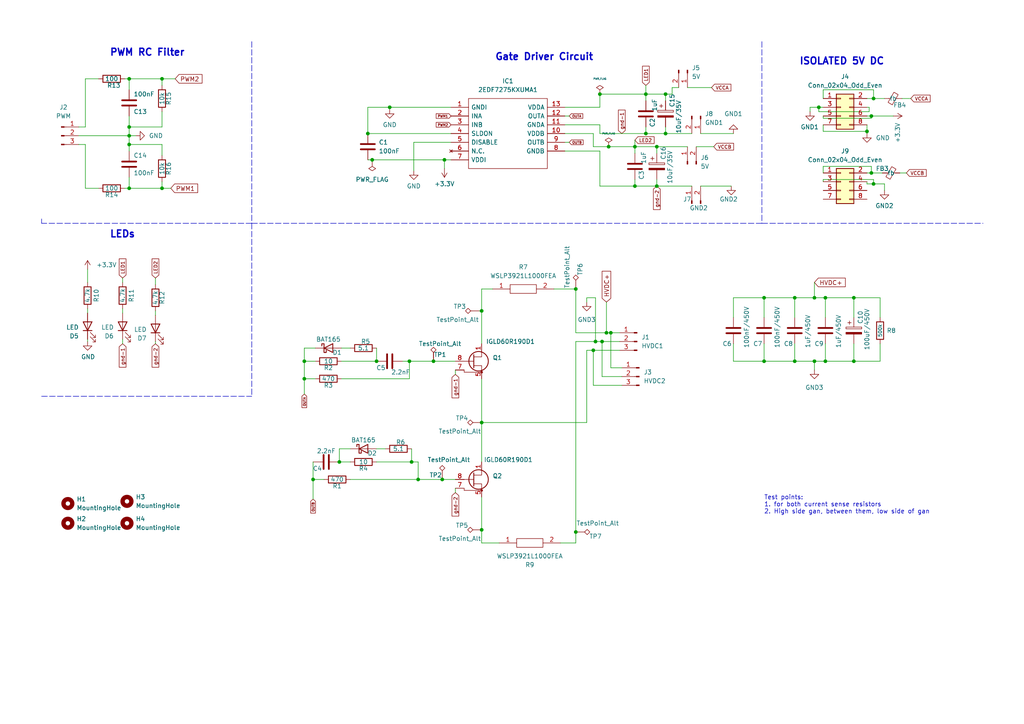
<source format=kicad_sch>
(kicad_sch (version 20211123) (generator eeschema)
  (paper "A4")
  (lib_symbols
    (symbol "2EDF7275KXUMA1:2EDF7275KXUMA1" (pin_names (offset 0.762))
      (property "Reference" "IC" (at 29.21 7.62 0))
      (property "Value" "2EDF7275KXUMA1" (at 29.21 5.08 0))
      (symbol "2EDF7275KXUMA1_0_0"
        (pin passive line (at 0 0 0) (length 5.08) (name "GNDI") (number "1"))
        (pin passive line (at 33.02 -7.62 180) (length 5.08) (name "VDDB") (number "10"))
        (pin passive line (at 33.02 -5.08 180) (length 5.08) (name "GNDA") (number "11"))
        (pin passive line (at 33.02 -2.54 180) (length 5.08) (name "OUTA") (number "12"))
        (pin passive line (at 33.02 0 180) (length 5.08) (name "VDDA") (number "13"))
        (pin passive line (at 0 -2.54 0) (length 5.08) (name "INA") (number "2"))
        (pin passive line (at 0 -5.08 0) (length 5.08) (name "INB") (number "3"))
        (pin passive line (at 0 -7.62 0) (length 5.08) (name "SLDON") (number "4"))
        (pin passive line (at 0 -10.16 0) (length 5.08) (name "DISABLE") (number "5"))
        (pin no_connect line (at 0 -12.7 0) (length 5.08) (name "N.C.") (number "6"))
        (pin passive line (at 0 -15.24 0) (length 5.08) (name "VDDI") (number "7"))
        (pin passive line (at 33.02 -12.7 180) (length 5.08) (name "GNDB") (number "8"))
        (pin passive line (at 33.02 -10.16 180) (length 5.08) (name "OUTB") (number "9"))
      )
      (symbol "2EDF7275KXUMA1_0_1"
        (polyline (pts (xy 5.08 2.54) (xy 27.94 2.54) (xy 27.94 -17.78) (xy 5.08 -17.78) (xy 5.08 2.54)) (stroke (width 0.1524)))
      )
    )
    (symbol "Connector:Conn_01x02_Male" (pin_names (offset 1.016) hide)
      (property "Reference" "J" (at 0 2.54 0))
      (property "Value" "Conn_01x02_Male" (at 0 -5.08 0))
      (symbol "Conn_01x02_Male_1_1"
        (polyline (pts (xy 1.27 -2.54) (xy 0.8636 -2.54)) (stroke (width 0.1524)))
        (polyline (pts (xy 1.27 0) (xy 0.8636 0)) (stroke (width 0.1524)))
        (rectangle (start 0.8636 -2.413) (end 0 -2.667) (stroke (width 0.1524)) (fill (type outline)))
        (rectangle (start 0.8636 0.127) (end 0 -0.127) (stroke (width 0.1524)) (fill (type outline)))
        (pin passive line (at 5.08 0 180) (length 3.81) (name "Pin_1") (number "1"))
        (pin passive line (at 5.08 -2.54 180) (length 3.81) (name "Pin_2") (number "2"))
      )
    )
    (symbol "Connector:Conn_01x03_Male" (pin_names (offset 1.016) hide)
      (property "Reference" "J" (at 0 5.08 0))
      (property "Value" "Conn_01x03_Male" (at 0 -5.08 0))
      (symbol "Conn_01x03_Male_1_1"
        (polyline (pts (xy 1.27 -2.54) (xy 0.8636 -2.54)) (stroke (width 0.1524)))
        (polyline (pts (xy 1.27 0) (xy 0.8636 0)) (stroke (width 0.1524)))
        (polyline (pts (xy 1.27 2.54) (xy 0.8636 2.54)) (stroke (width 0.1524)))
        (rectangle (start 0.8636 -2.413) (end 0 -2.667) (stroke (width 0.1524)) (fill (type outline)))
        (rectangle (start 0.8636 0.127) (end 0 -0.127) (stroke (width 0.1524)) (fill (type outline)))
        (rectangle (start 0.8636 2.667) (end 0 2.413) (stroke (width 0.1524)) (fill (type outline)))
        (pin passive line (at 5.08 2.54 180) (length 3.81) (name "Pin_1") (number "1"))
        (pin passive line (at 5.08 0 180) (length 3.81) (name "Pin_2") (number "2"))
        (pin passive line (at 5.08 -2.54 180) (length 3.81) (name "Pin_3") (number "3"))
      )
    )
    (symbol "Connector:TestPoint_Alt" (pin_numbers hide) (pin_names (offset 0.762) hide)
      (property "Reference" "TP" (at 0 6.858 0))
      (property "Value" "TestPoint_Alt" (at 0 5.08 0))
      (symbol "TestPoint_Alt_0_1"
        (polyline (pts (xy 0 2.54) (xy -0.762 3.302) (xy 0 4.064) (xy 0.762 3.302) (xy 0 2.54)))
      )
      (symbol "TestPoint_Alt_1_1"
        (pin passive line (at 0 0 90) (length 2.54) (name "1") (number "1"))
      )
    )
    (symbol "Connector_Generic:Conn_02x04_Odd_Even" (pin_names (offset 1.016) hide)
      (property "Reference" "J" (at 1.27 5.08 0))
      (property "Value" "Conn_02x04_Odd_Even" (at 1.27 -7.62 0))
      (symbol "Conn_02x04_Odd_Even_1_1"
        (rectangle (start -1.27 -4.953) (end 0 -5.207) (stroke (width 0.1524)))
        (rectangle (start -1.27 -2.413) (end 0 -2.667) (stroke (width 0.1524)))
        (rectangle (start -1.27 0.127) (end 0 -0.127) (stroke (width 0.1524)))
        (rectangle (start -1.27 2.667) (end 0 2.413) (stroke (width 0.1524)))
        (rectangle (start -1.27 3.81) (end 3.81 -6.35) (stroke (width 0.254)) (fill (type background)))
        (rectangle (start 3.81 -4.953) (end 2.54 -5.207) (stroke (width 0.1524)))
        (rectangle (start 3.81 -2.413) (end 2.54 -2.667) (stroke (width 0.1524)))
        (rectangle (start 3.81 0.127) (end 2.54 -0.127) (stroke (width 0.1524)))
        (rectangle (start 3.81 2.667) (end 2.54 2.413) (stroke (width 0.1524)))
        (pin passive line (at -5.08 2.54 0) (length 3.81) (name "Pin_1") (number "1"))
        (pin passive line (at 7.62 2.54 180) (length 3.81) (name "Pin_2") (number "2"))
        (pin passive line (at -5.08 0 0) (length 3.81) (name "Pin_3") (number "3"))
        (pin passive line (at 7.62 0 180) (length 3.81) (name "Pin_4") (number "4"))
        (pin passive line (at -5.08 -2.54 0) (length 3.81) (name "Pin_5") (number "5"))
        (pin passive line (at 7.62 -2.54 180) (length 3.81) (name "Pin_6") (number "6"))
        (pin passive line (at -5.08 -5.08 0) (length 3.81) (name "Pin_7") (number "7"))
        (pin passive line (at 7.62 -5.08 180) (length 3.81) (name "Pin_8") (number "8"))
      )
    )
    (symbol "Device:C" (pin_numbers hide) (pin_names (offset 0.254))
      (property "Reference" "C" (at 0.635 2.54 0))
      (property "Value" "C" (at 0.635 -2.54 0))
      (symbol "C_0_1"
        (polyline (pts (xy -2.032 -0.762) (xy 2.032 -0.762)) (stroke (width 0.508)))
        (polyline (pts (xy -2.032 0.762) (xy 2.032 0.762)) (stroke (width 0.508)))
      )
      (symbol "C_1_1"
        (pin passive line (at 0 3.81 270) (length 2.794) (name "~") (number "1"))
        (pin passive line (at 0 -3.81 90) (length 2.794) (name "~") (number "2"))
      )
    )
    (symbol "Device:C_Polarized" (pin_numbers hide) (pin_names (offset 0.254))
      (property "Reference" "C" (at 0.635 2.54 0))
      (property "Value" "C_Polarized" (at 0.635 -2.54 0))
      (symbol "C_Polarized_0_1"
        (rectangle (start -2.286 0.508) (end 2.286 1.016))
        (polyline (pts (xy -1.778 2.286) (xy -0.762 2.286)))
        (polyline (pts (xy -1.27 2.794) (xy -1.27 1.778)))
        (rectangle (start 2.286 -0.508) (end -2.286 -1.016) (fill (type outline)))
      )
      (symbol "C_Polarized_1_1"
        (pin passive line (at 0 3.81 270) (length 2.794) (name "~") (number "1"))
        (pin passive line (at 0 -3.81 90) (length 2.794) (name "~") (number "2"))
      )
    )
    (symbol "Device:D_Schottky" (pin_numbers hide) (pin_names (offset 1.016) hide)
      (property "Reference" "D" (at 0 2.54 0))
      (property "Value" "D_Schottky" (at 0 -2.54 0))
      (symbol "D_Schottky_0_1"
        (polyline (pts (xy 1.27 0) (xy -1.27 0)))
        (polyline (pts (xy 1.27 1.27) (xy 1.27 -1.27) (xy -1.27 0) (xy 1.27 1.27)) (stroke (width 0.254)))
        (polyline (pts (xy -1.905 0.635) (xy -1.905 1.27) (xy -1.27 1.27) (xy -1.27 -1.27) (xy -0.635 -1.27) (xy -0.635 -0.635)) (stroke (width 0.254)))
      )
      (symbol "D_Schottky_1_1"
        (pin passive line (at -3.81 0 0) (length 2.54) (name "K") (number "1"))
        (pin passive line (at 3.81 0 180) (length 2.54) (name "A") (number "2"))
      )
    )
    (symbol "Device:FerriteBead_Small" (pin_numbers hide) (pin_names (offset 0))
      (property "Reference" "FB" (at 1.905 1.27 0))
      (property "Value" "FerriteBead_Small" (at 1.905 -1.27 0))
      (symbol "FerriteBead_Small_0_1"
        (polyline (pts (xy 0 -1.27) (xy 0 -0.7874)))
        (polyline (pts (xy 0 0.889) (xy 0 1.2954)))
        (polyline (pts (xy -1.8288 0.2794) (xy -1.1176 1.4986) (xy 1.8288 -0.2032) (xy 1.1176 -1.4224) (xy -1.8288 0.2794)))
      )
      (symbol "FerriteBead_Small_1_1"
        (pin passive line (at 0 2.54 270) (length 1.27) (name "~") (number "1"))
        (pin passive line (at 0 -2.54 90) (length 1.27) (name "~") (number "2"))
      )
    )
    (symbol "Device:LED" (pin_numbers hide) (pin_names (offset 1.016) hide)
      (property "Reference" "D" (at 0 2.54 0))
      (property "Value" "LED" (at 0 -2.54 0))
      (symbol "LED_0_1"
        (polyline (pts (xy -1.27 -1.27) (xy -1.27 1.27)) (stroke (width 0.254)))
        (polyline (pts (xy -1.27 0) (xy 1.27 0)))
        (polyline (pts (xy 1.27 -1.27) (xy 1.27 1.27) (xy -1.27 0) (xy 1.27 -1.27)) (stroke (width 0.254)))
        (polyline (pts (xy -3.048 -0.762) (xy -4.572 -2.286) (xy -3.81 -2.286) (xy -4.572 -2.286) (xy -4.572 -1.524)))
        (polyline (pts (xy -1.778 -0.762) (xy -3.302 -2.286) (xy -2.54 -2.286) (xy -3.302 -2.286) (xy -3.302 -1.524)))
      )
      (symbol "LED_1_1"
        (pin passive line (at -3.81 0 0) (length 2.54) (name "K") (number "1"))
        (pin passive line (at 3.81 0 180) (length 2.54) (name "A") (number "2"))
      )
    )
    (symbol "Device:R" (pin_numbers hide) (pin_names (offset 0))
      (property "Reference" "R" (at 2.032 0 90))
      (property "Value" "R" (at 0 0 90))
      (symbol "R_0_1"
        (rectangle (start -1.016 -2.54) (end 1.016 2.54) (stroke (width 0.254)))
      )
      (symbol "R_1_1"
        (pin passive line (at 0 3.81 270) (length 1.27) (name "~") (number "1"))
        (pin passive line (at 0 -3.81 90) (length 1.27) (name "~") (number "2"))
      )
    )
    (symbol "Mechanical:MountingHole" (pin_names (offset 1.016))
      (property "Reference" "H" (at 0 5.08 0))
      (property "Value" "MountingHole" (at 0 3.175 0))
      (symbol "MountingHole_0_1"
        (circle (center 0 0) (radius 1.27) (stroke (width 1.27)))
      )
    )
    (symbol "Transistor_FET:IGLD60R190D1" (pin_names (offset 0) hide)
      (property "Reference" "Q" (at 5.08 1.905 0))
      (property "Value" "IGLD60R190D1" (at 5.08 0 0))
      (symbol "IGLD60R190D1_0_1"
        (polyline (pts (xy -2.54 0) (xy 0.254 0)))
        (polyline (pts (xy -2.54 -2.54) (xy -2.54 -3.175) (xy 2.54 -3.175)))
        (polyline (pts (xy 0.254 -1.27) (xy 2.54 -1.27) (xy 2.54 -2.54)))
        (polyline (pts (xy 0.254 1.905) (xy 0.254 -1.905) (xy 0.254 -1.905)) (stroke (width 0.254)))
        (polyline (pts (xy 2.54 2.54) (xy 2.54 1.27) (xy 0.254 1.27)))
        (circle (center 1.651 0) (radius 2.8194) (stroke (width 0.254)))
        (circle (center 2.54 -3.175) (radius 0.2794) (fill (type outline)))
      )
      (symbol "IGLD60R190D1_1_1"
        (pin passive line (at 2.54 5.08 270) (length 2.54) (name "D") (number "1"))
        (pin passive line (at 2.54 5.08 270) (length 2.54) hide (name "D") (number "2"))
        (pin passive line (at 2.54 5.08 270) (length 2.54) hide (name "D") (number "3"))
        (pin passive line (at 2.54 5.08 270) (length 2.54) hide (name "D") (number "4"))
        (pin passive line (at 2.54 -5.08 90) (length 2.54) (name "S") (number "5"))
        (pin passive line (at 2.54 -5.08 90) (length 2.54) hide (name "S") (number "6"))
        (pin passive line (at -5.08 -2.54 0) (length 2.54) (name "SS") (number "7"))
        (pin input line (at -5.08 0 0) (length 2.54) (name "G") (number "8"))
        (pin passive line (at 2.54 -5.08 90) (length 2.54) hide (name "S") (number "9"))
      )
    )
    (symbol "WSLP3921L1000FEA:WSLP3921L1000FEA" (pin_names (offset 0.762))
      (property "Reference" "R" (at 13.97 6.35 0))
      (property "Value" "WSLP3921L1000FEA" (at 13.97 3.81 0))
      (symbol "WSLP3921L1000FEA_0_0"
        (pin passive line (at 0 0 0) (length 5.08) (name "~") (number "1"))
        (pin passive line (at 17.78 0 180) (length 5.08) (name "~") (number "2"))
      )
      (symbol "WSLP3921L1000FEA_0_1"
        (polyline (pts (xy 5.08 1.27) (xy 12.7 1.27) (xy 12.7 -1.27) (xy 5.08 -1.27) (xy 5.08 1.27)) (stroke (width 0.1524)))
      )
    )
    (symbol "power:+3.3V" (power) (pin_names (offset 0))
      (property "Value" "+3.3V" (at 0 3.556 0))
      (symbol "+3.3V_0_1"
        (polyline (pts (xy -0.762 1.27) (xy 0 2.54)))
        (polyline (pts (xy 0 0) (xy 0 2.54)))
        (polyline (pts (xy 0 2.54) (xy 0.762 1.27)))
      )
      (symbol "+3.3V_1_1"
        (pin power_in line (at 0 0 90) (length 0) hide (name "+3.3V") (number "1"))
      )
    )
    (symbol "power:GND" (power) (pin_names (offset 0))
      (property "Value" "GND" (at 0 -3.81 0))
      (symbol "GND_0_1"
        (polyline (pts (xy 0 0) (xy 0 -1.27) (xy 1.27 -1.27) (xy 0 -2.54) (xy -1.27 -1.27) (xy 0 -1.27)))
      )
      (symbol "GND_1_1"
        (pin power_in line (at 0 0 270) (length 0) hide (name "GND") (number "1"))
      )
    )
    (symbol "power:GND1" (power) (pin_names (offset 0))
      (property "Value" "GND1" (at 0 -3.81 0))
      (symbol "GND1_0_1"
        (polyline (pts (xy 0 0) (xy 0 -1.27) (xy 1.27 -1.27) (xy 0 -2.54) (xy -1.27 -1.27) (xy 0 -1.27)))
      )
      (symbol "GND1_1_1"
        (pin power_in line (at 0 0 270) (length 0) hide (name "GND1") (number "1"))
      )
    )
    (symbol "power:GND2" (power) (pin_names (offset 0))
      (property "Value" "GND2" (at 0 -3.81 0))
      (symbol "GND2_0_1"
        (polyline (pts (xy 0 0) (xy 0 -1.27) (xy 1.27 -1.27) (xy 0 -2.54) (xy -1.27 -1.27) (xy 0 -1.27)))
      )
      (symbol "GND2_1_1"
        (pin power_in line (at 0 0 270) (length 0) hide (name "GND2") (number "1"))
      )
    )
    (symbol "power:GND3" (power) (pin_names (offset 0))
      (property "Value" "GND3" (at 0 -3.81 0))
      (symbol "GND3_0_1"
        (polyline (pts (xy 0 0) (xy 0 -1.27) (xy 1.27 -1.27) (xy 0 -2.54) (xy -1.27 -1.27) (xy 0 -1.27)))
      )
      (symbol "GND3_1_1"
        (pin power_in line (at 0 0 270) (length 0) hide (name "GND3") (number "1"))
      )
    )
    (symbol "power:PWR_FLAG" (power) (pin_numbers hide) (pin_names (offset 0) hide)
      (property "Value" "PWR_FLAG" (at 0 3.81 0))
      (symbol "PWR_FLAG_0_0"
        (pin power_out line (at 0 0 90) (length 0) (name "pwr") (number "1"))
      )
      (symbol "PWR_FLAG_0_1"
        (polyline (pts (xy 0 0) (xy 0 1.27) (xy -1.016 1.905) (xy 0 2.54) (xy 1.016 1.905) (xy 0 1.27)))
      )
    )
  )
  (junction (at 193.04 27.305))
  (junction (at 247.65 104.775))
  (junction (at 252.73 33.655))
  (junction (at 251.46 38.1))
  (junction (at 37.465 54.61))
  (junction (at 109.22 104.775))
  (junction (at 177.165 96.52))
  (junction (at 107.95 46.355))
  (junction (at 230.505 104.775))
  (junction (at 187.325 27.305))
  (junction (at 236.22 86.36))
  (junction (at 128.905 46.355))
  (junction (at 119.38 133.985))
  (junction (at 106.68 38.735))
  (junction (at 230.505 86.36))
  (junction (at 190.5 53.975))
  (junction (at 172.72 99.06))
  (junction (at 88.265 104.775))
  (junction (at 37.465 41.91))
  (junction (at 184.15 42.545))
  (junction (at 236.22 104.775))
  (junction (at 184.15 53.975))
  (junction (at 237.49 31.115))
  (junction (at 46.99 22.86))
  (junction (at 175.895 96.52))
  (junction (at 252.73 50.165))
  (junction (at 139.7 122.555))
  (junction (at 113.03 31.115))
  (junction (at 90.805 139.065))
  (junction (at 46.99 54.61))
  (junction (at 253.365 28.575))
  (junction (at 98.425 133.985))
  (junction (at 37.465 36.83))
  (junction (at 239.395 86.36))
  (junction (at 167.005 83.82))
  (junction (at 128.27 139.065))
  (junction (at 173.99 27.305))
  (junction (at 193.04 38.735))
  (junction (at 118.745 104.775))
  (junction (at 239.395 104.775))
  (junction (at 172.085 101.6))
  (junction (at 37.465 39.37))
  (junction (at 37.465 22.86))
  (junction (at 174.625 99.06))
  (junction (at 139.7 90.17))
  (junction (at 139.7 153.67))
  (junction (at 88.265 109.855))
  (junction (at 121.285 139.065))
  (junction (at 253.365 53.34))
  (junction (at 190.5 42.545))
  (junction (at 125.73 104.775))
  (junction (at 167.005 154.305))
  (junction (at 247.65 86.36))
  (junction (at 221.615 104.775))
  (junction (at 221.615 86.36))
  (junction (at 176.53 42.545))
  (junction (at 187.325 38.735))
  (wire (pts (xy 98.425 130.175) (xy 101.6 130.175)))
  (wire (pts (xy 24.765 54.61) (xy 24.765 41.91)))
  (wire (pts (xy 173.99 43.815) (xy 163.83 43.815)))
  (wire (pts (xy 172.085 101.6) (xy 179.705 101.6)))
  (polyline (pts (xy 12.065 114.935) (xy 73.025 114.935)))
  (wire (pts (xy 107.95 46.355) (xy 107.95 46.99)))
  (wire (pts (xy 45.085 90.17) (xy 45.085 91.44)))
  (wire (pts (xy 252.73 33.655) (xy 259.08 33.655)))
  (wire (pts (xy 106.68 38.735) (xy 130.81 38.735)))
  (wire (pts (xy 193.04 36.83) (xy 193.04 38.735)))
  (wire (pts (xy 187.325 29.21) (xy 187.325 27.305)))
  (wire (pts (xy 190.5 42.545) (xy 199.39 42.545)))
  (wire (pts (xy 99.06 104.775) (xy 109.22 104.775)))
  (wire (pts (xy 139.7 109.855) (xy 139.7 122.555)))
  (wire (pts (xy 180.34 106.68) (xy 177.165 106.68)))
  (wire (pts (xy 113.03 31.75) (xy 113.03 31.115)))
  (wire (pts (xy 253.365 53.34) (xy 251.46 53.34)))
  (polyline (pts (xy 220.98 64.77) (xy 285.115 64.77)))
  (wire (pts (xy 236.22 104.775) (xy 236.22 107.315)))
  (wire (pts (xy 163.83 41.275) (xy 165.1 41.275)))
  (wire (pts (xy 239.395 86.36) (xy 236.22 86.36)))
  (wire (pts (xy 24.765 22.86) (xy 28.575 22.86)))
  (wire (pts (xy 251.46 28.575) (xy 253.365 28.575)))
  (wire (pts (xy 173.99 38.735) (xy 173.99 36.195)))
  (wire (pts (xy 251.46 53.34) (xy 251.46 52.705)))
  (wire (pts (xy 132.08 142.875) (xy 132.08 141.605)))
  (wire (pts (xy 177.165 106.68) (xy 177.165 96.52)))
  (polyline (pts (xy 220.98 12.065) (xy 220.98 64.77)))
  (wire (pts (xy 212.725 92.075) (xy 212.725 86.36)))
  (wire (pts (xy 253.365 28.575) (xy 256.54 28.575)))
  (wire (pts (xy 175.895 87.63) (xy 175.895 96.52)))
  (wire (pts (xy 184.15 42.545) (xy 190.5 42.545)))
  (wire (pts (xy 221.615 86.36) (xy 221.615 92.075)))
  (wire (pts (xy 193.04 27.305) (xy 194.945 27.305)))
  (wire (pts (xy 120.015 41.275) (xy 120.015 49.53)))
  (wire (pts (xy 252.095 31.115) (xy 252.095 32.385)))
  (wire (pts (xy 173.99 31.115) (xy 173.99 27.305)))
  (wire (pts (xy 128.27 139.065) (xy 132.08 139.065)))
  (wire (pts (xy 261.62 28.575) (xy 264.16 28.575)))
  (wire (pts (xy 175.895 96.52) (xy 177.165 96.52)))
  (wire (pts (xy 37.465 41.91) (xy 37.465 43.815)))
  (wire (pts (xy 172.085 38.735) (xy 163.83 38.735)))
  (wire (pts (xy 193.04 38.735) (xy 200.66 38.735)))
  (wire (pts (xy 163.83 33.655) (xy 165.1 33.655)))
  (wire (pts (xy 230.505 86.36) (xy 230.505 92.075)))
  (wire (pts (xy 187.325 24.765) (xy 187.325 27.305)))
  (wire (pts (xy 251.46 38.1) (xy 251.46 36.195)))
  (wire (pts (xy 212.725 104.775) (xy 212.725 99.695)))
  (wire (pts (xy 106.68 31.115) (xy 113.03 31.115)))
  (wire (pts (xy 170.18 122.555) (xy 170.18 101.6)))
  (wire (pts (xy 173.99 43.815) (xy 173.99 53.975)))
  (wire (pts (xy 176.53 42.545) (xy 184.15 42.545)))
  (wire (pts (xy 221.615 104.775) (xy 212.725 104.775)))
  (wire (pts (xy 46.99 24.765) (xy 46.99 22.86)))
  (wire (pts (xy 24.765 36.83) (xy 24.765 22.86)))
  (wire (pts (xy 113.03 31.115) (xy 130.81 31.115)))
  (wire (pts (xy 37.465 22.86) (xy 37.465 26.035)))
  (wire (pts (xy 238.76 38.1) (xy 251.46 38.1)))
  (wire (pts (xy 109.22 133.985) (xy 119.38 133.985)))
  (wire (pts (xy 203.2 53.975) (xy 212.09 53.975)))
  (wire (pts (xy 247.65 99.695) (xy 247.65 104.775)))
  (wire (pts (xy 35.56 80.645) (xy 35.56 81.915)))
  (wire (pts (xy 238.76 34.29) (xy 252.73 34.29)))
  (wire (pts (xy 172.085 42.545) (xy 176.53 42.545)))
  (wire (pts (xy 90.805 139.065) (xy 90.805 133.985)))
  (wire (pts (xy 121.285 139.065) (xy 128.27 139.065)))
  (wire (pts (xy 221.615 99.695) (xy 221.615 104.775)))
  (polyline (pts (xy 73.025 64.77) (xy 73.025 114.935)))
  (wire (pts (xy 173.99 38.735) (xy 187.325 38.735)))
  (wire (pts (xy 101.6 133.985) (xy 98.425 133.985)))
  (wire (pts (xy 172.085 111.76) (xy 172.085 101.6)))
  (wire (pts (xy 247.65 86.36) (xy 239.395 86.36)))
  (wire (pts (xy 255.27 86.36) (xy 247.65 86.36)))
  (wire (pts (xy 93.98 139.065) (xy 90.805 139.065)))
  (wire (pts (xy 170.18 86.36) (xy 170.18 87.63)))
  (wire (pts (xy 116.84 104.775) (xy 118.745 104.775)))
  (wire (pts (xy 46.99 45.085) (xy 46.99 41.91)))
  (wire (pts (xy 88.265 114.3) (xy 88.265 109.855)))
  (wire (pts (xy 139.7 122.555) (xy 139.7 133.985)))
  (wire (pts (xy 184.15 52.07) (xy 184.15 53.975)))
  (wire (pts (xy 173.99 27.305) (xy 187.325 27.305)))
  (wire (pts (xy 230.505 99.695) (xy 230.505 104.775)))
  (wire (pts (xy 256.54 53.34) (xy 256.54 55.245)))
  (wire (pts (xy 167.005 83.82) (xy 167.005 96.52)))
  (wire (pts (xy 22.86 36.83) (xy 24.765 36.83)))
  (wire (pts (xy 35.56 99.695) (xy 35.56 98.425)))
  (wire (pts (xy 237.49 32.385) (xy 237.49 31.115)))
  (polyline (pts (xy 220.98 64.77) (xy 73.025 64.77)))
  (wire (pts (xy 37.465 33.655) (xy 37.465 36.83)))
  (wire (pts (xy 22.86 41.91) (xy 24.765 41.91)))
  (wire (pts (xy 139.7 90.17) (xy 139.7 99.695)))
  (wire (pts (xy 237.49 31.115) (xy 238.76 31.115)))
  (wire (pts (xy 247.65 104.775) (xy 255.27 104.775)))
  (wire (pts (xy 99.06 100.965) (xy 101.6 100.965)))
  (wire (pts (xy 238.76 48.26) (xy 252.73 48.26)))
  (wire (pts (xy 118.745 104.775) (xy 125.73 104.775)))
  (wire (pts (xy 203.2 38.735) (xy 212.725 38.735)))
  (wire (pts (xy 128.905 46.355) (xy 128.905 48.895)))
  (wire (pts (xy 252.73 50.165) (xy 255.905 50.165)))
  (wire (pts (xy 172.085 42.545) (xy 172.085 38.735)))
  (wire (pts (xy 25.4 78.105) (xy 25.4 81.915)))
  (wire (pts (xy 190.5 52.07) (xy 190.5 53.975)))
  (wire (pts (xy 36.195 54.61) (xy 37.465 54.61)))
  (wire (pts (xy 46.99 54.61) (xy 37.465 54.61)))
  (wire (pts (xy 91.44 104.775) (xy 88.265 104.775)))
  (wire (pts (xy 234.95 31.115) (xy 237.49 31.115)))
  (wire (pts (xy 173.99 53.975) (xy 184.15 53.975)))
  (wire (pts (xy 46.99 32.385) (xy 46.99 36.83)))
  (wire (pts (xy 184.15 53.975) (xy 190.5 53.975)))
  (wire (pts (xy 160.655 83.82) (xy 167.005 83.82)))
  (wire (pts (xy 252.095 32.385) (xy 237.49 32.385)))
  (wire (pts (xy 46.99 22.86) (xy 37.465 22.86)))
  (wire (pts (xy 139.7 122.555) (xy 170.18 122.555)))
  (wire (pts (xy 22.86 39.37) (xy 37.465 39.37)))
  (wire (pts (xy 37.465 54.61) (xy 37.465 51.435)))
  (wire (pts (xy 90.805 144.78) (xy 90.805 139.065)))
  (wire (pts (xy 106.68 46.355) (xy 107.95 46.355)))
  (wire (pts (xy 172.72 86.36) (xy 172.72 99.06)))
  (wire (pts (xy 128.905 46.355) (xy 130.81 46.355)))
  (wire (pts (xy 199.39 25.4) (xy 206.375 25.4)))
  (wire (pts (xy 256.54 53.34) (xy 253.365 53.34)))
  (wire (pts (xy 109.22 104.775) (xy 109.22 100.965)))
  (wire (pts (xy 139.7 144.145) (xy 139.7 153.67)))
  (polyline (pts (xy 73.025 64.77) (xy 12.065 64.77)))
  (wire (pts (xy 255.27 99.695) (xy 255.27 104.775)))
  (wire (pts (xy 251.46 33.655) (xy 252.73 33.655)))
  (wire (pts (xy 253.365 26.035) (xy 253.365 28.575)))
  (wire (pts (xy 37.465 36.83) (xy 37.465 39.37)))
  (wire (pts (xy 230.505 104.775) (xy 221.615 104.775)))
  (wire (pts (xy 46.99 54.61) (xy 49.53 54.61)))
  (wire (pts (xy 46.99 22.86) (xy 50.8 22.86)))
  (wire (pts (xy 167.005 96.52) (xy 175.895 96.52)))
  (wire (pts (xy 45.085 99.695) (xy 45.085 99.06)))
  (wire (pts (xy 46.99 36.83) (xy 37.465 36.83)))
  (wire (pts (xy 167.005 99.06) (xy 172.72 99.06)))
  (wire (pts (xy 25.4 89.535) (xy 25.4 90.805)))
  (wire (pts (xy 37.465 39.37) (xy 39.37 39.37)))
  (wire (pts (xy 190.5 44.45) (xy 190.5 42.545)))
  (wire (pts (xy 193.04 29.21) (xy 193.04 27.305)))
  (wire (pts (xy 99.06 109.855) (xy 118.745 109.855)))
  (wire (pts (xy 106.68 31.115) (xy 106.68 38.735)))
  (wire (pts (xy 139.7 157.48) (xy 144.78 157.48)))
  (wire (pts (xy 167.005 99.06) (xy 167.005 154.305)))
  (wire (pts (xy 88.265 109.855) (xy 88.265 104.775)))
  (wire (pts (xy 238.76 50.165) (xy 238.76 48.26)))
  (wire (pts (xy 236.22 104.775) (xy 239.395 104.775)))
  (wire (pts (xy 238.76 26.035) (xy 253.365 26.035)))
  (wire (pts (xy 194.945 25.4) (xy 196.85 25.4)))
  (wire (pts (xy 46.99 41.91) (xy 37.465 41.91)))
  (wire (pts (xy 239.395 99.695) (xy 239.395 104.775)))
  (wire (pts (xy 132.08 108.585) (xy 132.08 107.315)))
  (wire (pts (xy 119.38 133.985) (xy 119.38 130.175)))
  (wire (pts (xy 125.73 104.775) (xy 132.08 104.775)))
  (wire (pts (xy 91.44 109.855) (xy 88.265 109.855)))
  (wire (pts (xy 184.15 42.545) (xy 184.15 44.45)))
  (wire (pts (xy 121.285 139.065) (xy 121.285 133.985)))
  (wire (pts (xy 194.945 25.4) (xy 194.945 27.305)))
  (wire (pts (xy 28.575 54.61) (xy 24.765 54.61)))
  (wire (pts (xy 190.5 53.975) (xy 200.66 53.975)))
  (wire (pts (xy 255.27 92.075) (xy 255.27 86.36)))
  (wire (pts (xy 247.65 86.36) (xy 247.65 92.075)))
  (wire (pts (xy 46.99 52.705) (xy 46.99 54.61)))
  (wire (pts (xy 98.425 133.985) (xy 98.425 130.175)))
  (wire (pts (xy 173.99 36.195) (xy 163.83 36.195)))
  (wire (pts (xy 252.73 48.26) (xy 252.73 50.165)))
  (wire (pts (xy 177.165 96.52) (xy 179.705 96.52)))
  (wire (pts (xy 239.395 86.36) (xy 239.395 92.075)))
  (wire (pts (xy 139.7 153.67) (xy 139.7 157.48)))
  (wire (pts (xy 37.465 41.91) (xy 37.465 39.37)))
  (wire (pts (xy 236.22 81.915) (xy 236.22 86.36)))
  (wire (pts (xy 139.065 90.17) (xy 139.7 90.17)))
  (wire (pts (xy 172.72 99.06) (xy 174.625 99.06)))
  (wire (pts (xy 180.34 109.22) (xy 174.625 109.22)))
  (wire (pts (xy 238.76 36.195) (xy 238.76 38.1)))
  (wire (pts (xy 236.22 86.36) (xy 230.505 86.36)))
  (wire (pts (xy 25.4 99.06) (xy 25.4 98.425)))
  (wire (pts (xy 35.56 89.535) (xy 35.56 90.805)))
  (wire (pts (xy 139.7 83.82) (xy 139.7 90.17)))
  (wire (pts (xy 251.46 31.115) (xy 252.095 31.115)))
  (wire (pts (xy 212.725 86.36) (xy 221.615 86.36)))
  (wire (pts (xy 253.365 52.07) (xy 253.365 53.34)))
  (wire (pts (xy 36.195 22.86) (xy 37.465 22.86)))
  (wire (pts (xy 88.265 100.965) (xy 91.44 100.965)))
  (wire (pts (xy 238.76 52.07) (xy 253.365 52.07)))
  (wire (pts (xy 187.325 27.305) (xy 193.04 27.305)))
  (wire (pts (xy 121.285 133.985) (xy 119.38 133.985)))
  (wire (pts (xy 230.505 104.775) (xy 236.22 104.775)))
  (wire (pts (xy 238.76 52.705) (xy 238.76 52.07)))
  (wire (pts (xy 172.72 86.36) (xy 170.18 86.36)))
  (wire (pts (xy 174.625 99.06) (xy 179.705 99.06)))
  (polyline (pts (xy 12.065 63.5) (xy 12.065 64.77)))
  (wire (pts (xy 120.015 41.275) (xy 130.81 41.275)))
  (wire (pts (xy 118.745 109.855) (xy 118.745 104.775)))
  (wire (pts (xy 180.34 111.76) (xy 172.085 111.76)))
  (wire (pts (xy 109.22 130.175) (xy 111.76 130.175)))
  (wire (pts (xy 234.95 31.115) (xy 234.95 32.385)))
  (wire (pts (xy 260.985 50.165) (xy 262.89 50.165)))
  (wire (pts (xy 207.01 42.545) (xy 201.93 42.545)))
  (wire (pts (xy 187.325 36.83) (xy 187.325 38.735)))
  (wire (pts (xy 174.625 109.22) (xy 174.625 99.06)))
  (wire (pts (xy 187.325 38.735) (xy 193.04 38.735)))
  (wire (pts (xy 107.95 46.355) (xy 128.905 46.355)))
  (wire (pts (xy 162.56 157.48) (xy 167.005 157.48)))
  (wire (pts (xy 251.46 50.165) (xy 252.73 50.165)))
  (wire (pts (xy 184.15 40.64) (xy 184.15 42.545)))
  (polyline (pts (xy 73.025 12.065) (xy 73.025 64.77)))
  (wire (pts (xy 101.6 139.065) (xy 121.285 139.065)))
  (wire (pts (xy 252.73 34.29) (xy 252.73 33.655)))
  (wire (pts (xy 251.46 38.735) (xy 251.46 38.1)))
  (wire (pts (xy 239.395 104.775) (xy 247.65 104.775)))
  (wire (pts (xy 238.76 28.575) (xy 238.76 26.035)))
  (wire (pts (xy 238.76 33.655) (xy 238.76 34.29)))
  (wire (pts (xy 230.505 86.36) (xy 221.615 86.36)))
  (wire (pts (xy 88.265 104.775) (xy 88.265 100.965)))
  (wire (pts (xy 139.7 83.82) (xy 142.875 83.82)))
  (wire (pts (xy 163.83 31.115) (xy 173.99 31.115)))
  (wire (pts (xy 170.18 101.6) (xy 172.085 101.6)))
  (wire (pts (xy 167.005 154.305) (xy 167.005 157.48)))
  (wire (pts (xy 45.085 80.645) (xy 45.085 82.55)))
  (text "Test points: \n1. for both current sense resistors\n2. High side gan, between them, low side of gan\n" (at 221.615 149.225 0) (effects (font (size 1.27 1.27)) (justify left bottom)))
  (text "LEDs" (at 31.75 69.215 0) (effects (font (size 2 2) (thickness 0.4) bold) (justify left bottom)))
  (text "ISOLATED 5V DC" (at 231.775 19.05 0) (effects (font (size 2 2) (thickness 0.4) bold) (justify left bottom)))
  (text "PWM RC Filter" (at 31.75 16.51 0) (effects (font (size 2 2) (thickness 0.4) bold) (justify left bottom)))
  (text "Gate Driver Circuit" (at 143.51 17.78 0) (effects (font (size 2 2) (thickness 0.4) bold) (justify left bottom)))
  (global_label "VCCA" (shape input) (at 264.16 28.575 0) (effects (font (size 1 1))) (property "Intersheet References" "${INTERSHEET_REFS}" (effects hide)))
  (global_label "HVDC+" (shape input) (at 175.895 87.63 90) (property "Intersheet References" "${INTERSHEET_REFS}" (effects hide)))
  (global_label "LED1" (shape input) (at 187.325 24.765 90) (effects (font (size 1 1))) (property "Intersheet References" "${INTERSHEET_REFS}" (effects hide)))
  (global_label "VCCB" (shape input) (at 262.89 50.165 0) (effects (font (size 1 1))) (property "Intersheet References" "${INTERSHEET_REFS}" (effects hide)))
  (global_label "PWM1" (shape input) (at 49.53 54.61 0) (property "Intersheet References" "${INTERSHEET_REFS}" (effects hide)))
  (global_label "PWM2" (shape input) (at 50.8 22.86 0) (property "Intersheet References" "${INTERSHEET_REFS}" (effects hide)))
  (global_label "PWM2" (shape input) (at 130.81 36.195 180) (effects (font (size 0.7 0.7))) (property "Intersheet References" "${INTERSHEET_REFS}" (effects hide)))
  (global_label "gnd-1" (shape input) (at 180.34 38.735 90) (effects (font (size 1 1))) (property "Intersheet References" "${INTERSHEET_REFS}" (effects hide)))
  (global_label "OUTB" (shape input) (at 165.1 41.275 0) (effects (font (size 0.7 0.7))) (property "Intersheet References" "${INTERSHEET_REFS}" (effects hide)))
  (global_label "gnd-2" (shape input) (at 45.085 99.695 270) (effects (font (size 1 1))) (property "Intersheet References" "${INTERSHEET_REFS}" (effects hide)))
  (global_label "VCCA" (shape input) (at 206.375 25.4 0) (effects (font (size 1 1))) (property "Intersheet References" "${INTERSHEET_REFS}" (effects hide)))
  (global_label "LED2" (shape input) (at 184.15 40.64 0) (effects (font (size 1 1))) (property "Intersheet References" "${INTERSHEET_REFS}" (effects hide)))
  (global_label "LED2" (shape input) (at 45.085 80.645 90) (effects (font (size 1 1))) (property "Intersheet References" "${INTERSHEET_REFS}" (effects hide)))
  (global_label "OUTA" (shape input) (at 88.265 114.3 270) (effects (font (size 0.7 0.7))) (property "Intersheet References" "${INTERSHEET_REFS}" (effects hide)))
  (global_label "gnd-2" (shape input) (at 190.5 53.975 270) (effects (font (size 1 1))) (property "Intersheet References" "${INTERSHEET_REFS}" (effects hide)))
  (global_label "OUTB" (shape input) (at 90.805 144.78 270) (effects (font (size 0.7 0.7))) (property "Intersheet References" "${INTERSHEET_REFS}" (effects hide)))
  (global_label "LED1" (shape input) (at 35.56 80.645 90) (effects (font (size 1 1))) (property "Intersheet References" "${INTERSHEET_REFS}" (effects hide)))
  (global_label "OUTA" (shape input) (at 165.1 33.655 0) (effects (font (size 0.7 0.7))) (property "Intersheet References" "${INTERSHEET_REFS}" (effects hide)))
  (global_label "gnd-2" (shape input) (at 132.08 142.875 270) (effects (font (size 1 1))) (property "Intersheet References" "${INTERSHEET_REFS}" (effects hide)))
  (global_label "gnd-1" (shape input) (at 132.08 108.585 270) (effects (font (size 1 1))) (property "Intersheet References" "${INTERSHEET_REFS}" (effects hide)))
  (global_label "VCCB" (shape input) (at 207.01 42.545 0) (effects (font (size 1 1))) (property "Intersheet References" "${INTERSHEET_REFS}" (effects hide)))
  (global_label "HVDC+" (shape input) (at 236.22 81.915 0) (property "Intersheet References" "${INTERSHEET_REFS}" (effects hide)))
  (global_label "PWM1" (shape input) (at 130.81 33.655 180) (effects (font (size 0.7 0.7))) (property "Intersheet References" "${INTERSHEET_REFS}" (effects hide)))
  (global_label "gnd-1" (shape input) (at 35.56 99.695 270) (effects (font (size 1 1))) (property "Intersheet References" "${INTERSHEET_REFS}" (effects hide)))
  (symbol (lib_id "Connector:Conn_01x03_Male") (at 185.42 109.22 0) (mirror y) (unit 1)
    (property "Reference" "J3" (at 186.69 107.9499 0) (effects (justify right)))
    (property "Value" "HVDC2" (at 186.69 110.4899 0) (effects (justify right)))
    (property "Footprint" "Connector_Molex:Molex_KK-396_A-41791-0003_1x03_P3.96mm_Vertical" (effects hide))
  )
  (symbol (lib_id "power:GND2") (at 256.54 55.245 0) (unit 1)
    (property "Reference" "#PWR05" (effects hide))
    (property "Value" "GND2" (at 256.54 59.69 0))
  )
  (symbol (lib_id "Device:R") (at 95.25 109.855 90) (unit 1)
    (property "Reference" "R3" (at 95.25 111.76 90))
    (property "Value" "470" (at 95.25 109.855 90))
    (property "Footprint" "Resistor_SMD:R_0805_2012Metric" (effects hide))
  )
  (symbol (lib_id "power:PWR_FLAG") (at 173.99 27.305 0) (unit 1)
    (property "Reference" "#FLG0102" (effects hide))
    (property "Value" "PWR_FLAG" (at 173.99 22.86 0) (effects (font (size 0.5 0.5))))
  )
  (symbol (lib_id "Connector:Conn_01x02_Male") (at 199.39 20.32 270) (unit 1)
    (property "Reference" "J5" (at 200.66 19.6849 90) (effects (justify left)))
    (property "Value" "5V" (at 200.66 22.2249 90) (effects (justify left)))
    (property "Footprint" "Connector_PinHeader_2.54mm:PinHeader_1x02_P2.54mm_Vertical" (effects hide))
  )
  (symbol (lib_id "power:PWR_FLAG") (at 107.95 46.99 180) (unit 1)
    (property "Reference" "#FLG01" (effects hide))
    (property "Value" "PWR_FLAG" (at 107.95 52.07 0))
  )
  (symbol (lib_id "Device:R") (at 45.085 86.36 180) (unit 1)
    (property "Reference" "R12" (at 46.99 86.36 90))
    (property "Value" "4.7k" (at 45.085 86.36 90))
    (property "Footprint" "Resistor_SMD:R_0805_2012Metric" (effects hide))
  )
  (symbol (lib_id "Device:R") (at 97.79 139.065 90) (unit 1)
    (property "Reference" "R1" (at 97.79 140.97 90))
    (property "Value" "470" (at 97.79 139.065 90))
    (property "Footprint" "Resistor_SMD:R_0805_2012Metric" (effects hide))
  )
  (symbol (lib_id "power:GND") (at 120.015 49.53 0) (unit 1)
    (property "Reference" "#PWR0101" (effects hide))
    (property "Value" "GND" (at 120.015 53.975 0))
  )
  (symbol (lib_id "power:GND") (at 251.46 38.735 0) (unit 1)
    (property "Reference" "#PWR08" (effects hide))
    (property "Value" "GND" (at 254 40.0049 0) (effects (justify left)))
  )
  (symbol (lib_id "Device:C") (at 230.505 95.885 0) (unit 1)
    (property "Reference" "C8" (at 227.33 99.695 0) (effects (justify left)))
    (property "Value" "1uF/450V" (at 234.315 100.965 90) (effects (justify left)))
    (property "Footprint" "CGA9P4X7T2W105K250KA:CAPC5750X280N" (effects hide))
  )
  (symbol (lib_id "Device:C_Polarized") (at 247.65 95.885 0) (unit 1)
    (property "Reference" "C10" (at 249.555 93.98 90) (effects (justify left)))
    (property "Value" "100uF/450V" (at 251.46 101.6 90) (effects (justify left)))
    (property "Footprint" "Capacitor_THT:CP_Radial_D18.0mm_P7.50mm" (effects hide))
  )
  (symbol (lib_id "Connector:Conn_01x02_Male") (at 199.39 47.625 90) (unit 1)
    (property "Reference" "J6" (at 203.2 45.7199 90) (effects (justify right)))
    (property "Value" "5V" (at 203.2 48.2599 90) (effects (justify right)))
    (property "Footprint" "Connector_PinHeader_2.54mm:PinHeader_1x02_P2.54mm_Vertical" (effects hide))
  )
  (symbol (lib_id "Device:C") (at 239.395 95.885 0) (unit 1)
    (property "Reference" "C9" (at 236.22 99.695 0) (effects (justify left)))
    (property "Value" "1uF/450V" (at 243.205 100.965 90) (effects (justify left)))
    (property "Footprint" "CGA9P4X7T2W105K250KA:CAPC5750X280N" (effects hide))
  )
  (symbol (lib_id "Connector:TestPoint_Alt") (at 139.7 153.67 90) (unit 1)
    (property "Reference" "TP5" (at 133.985 152.4 90))
    (property "Value" "TestPoint_Alt" (at 133.35 156.21 90))
    (property "Footprint" "TestPoint:TestPoint_THTPad_1.5x1.5mm_Drill0.7mm" (effects hide))
  )
  (symbol (lib_id "Device:R") (at 35.56 85.725 180) (unit 1)
    (property "Reference" "R11" (at 38.1 85.725 90))
    (property "Value" "4.7k" (at 35.56 85.725 90))
    (property "Footprint" "Resistor_SMD:R_0805_2012Metric" (effects hide))
  )
  (symbol (lib_id "Device:LED") (at 35.56 94.615 90) (unit 1)
    (property "Reference" "D6" (at 33.02 97.4726 90) (effects (justify left)))
    (property "Value" "LED" (at 33.02 94.9326 90) (effects (justify left)))
    (property "Footprint" "LED_SMD:LED_0805_2012Metric" (effects hide))
  )
  (symbol (lib_id "Device:C") (at 187.325 33.02 180) (unit 1)
    (property "Reference" "C2" (at 189.23 35.56 90))
    (property "Value" "1uF" (at 189.865 30.48 90))
    (property "Footprint" "Capacitor_SMD:C_0805_2012Metric" (effects hide))
  )
  (symbol (lib_id "power:+3.3V") (at 25.4 78.105 0) (unit 1)
    (property "Reference" "#PWR0108" (effects hide))
    (property "Value" "+3.3V" (at 27.94 76.8349 0) (effects (justify left)))
  )
  (symbol (lib_id "Device:FerriteBead_Small") (at 258.445 50.165 90) (unit 1)
    (property "Reference" "FB3" (at 255.905 48.895 90))
    (property "Value" "fb" (at 258.445 50.165 90))
    (property "Footprint" "Resistor_SMD:R_0805_2012Metric" (effects hide))
  )
  (symbol (lib_id "Connector:Conn_01x03_Male") (at 17.78 39.37 0) (unit 1)
    (property "Reference" "J2" (at 18.415 31.115 0))
    (property "Value" "PWM" (at 18.415 33.655 0))
    (property "Footprint" "Connector_Molex:Molex_KK-254_AE-6410-03A_1x03_P2.54mm_Vertical" (effects hide))
  )
  (symbol (lib_id "Device:C") (at 113.03 104.775 90) (unit 1)
    (property "Reference" "C5" (at 110.49 106.68 90))
    (property "Value" "2.2nF" (at 116.205 107.95 90))
    (property "Footprint" "Capacitor_SMD:C_0805_2012Metric" (effects hide))
  )
  (symbol (lib_id "Connector:Conn_01x02_Male") (at 203.2 33.655 270) (unit 1)
    (property "Reference" "J8" (at 204.47 33.0199 90) (effects (justify left)))
    (property "Value" "GND1" (at 204.47 35.5599 90) (effects (justify left)))
    (property "Footprint" "Connector_PinHeader_2.54mm:PinHeader_1x02_P2.54mm_Vertical" (effects hide))
  )
  (symbol (lib_id "Device:R") (at 255.27 95.885 0) (unit 1)
    (property "Reference" "R8" (at 257.175 95.885 0) (effects (justify left)))
    (property "Value" "500k" (at 255.27 97.79 90) (effects (font (size 1 1)) (justify left)))
    (property "Footprint" "Resistor_SMD:R_0805_2012Metric" (effects hide))
  )
  (symbol (lib_id "power:GND1") (at 234.95 32.385 0) (mirror y) (unit 1)
    (property "Reference" "#PWR04" (effects hide))
    (property "Value" "GND1" (at 237.49 36.83 0) (effects (justify left)))
  )
  (symbol (lib_id "Device:C") (at 94.615 133.985 90) (unit 1)
    (property "Reference" "C4" (at 92.075 135.89 90))
    (property "Value" "2.2nF" (at 94.615 130.81 90))
    (property "Footprint" "Capacitor_SMD:C_0805_2012Metric" (effects hide))
  )
  (symbol (lib_id "Device:C") (at 37.465 29.845 0) (mirror x) (unit 1)
    (property "Reference" "C13" (at 38.735 32.385 0) (effects (justify left)))
    (property "Value" "100nF" (at 38.735 27.305 0) (effects (justify left)))
    (property "Footprint" "Capacitor_SMD:C_0805_2012Metric" (effects hide))
  )
  (symbol (lib_id "power:GND3") (at 170.18 87.63 0) (unit 1)
    (property "Reference" "#PWR06" (effects hide))
    (property "Value" "GND3" (at 170.18 92.71 0))
  )
  (symbol (lib_id "Device:R") (at 46.99 48.895 180) (unit 1)
    (property "Reference" "R16" (at 48.895 48.895 90))
    (property "Value" "10k" (at 46.99 48.895 90))
    (property "Footprint" "Resistor_SMD:R_0805_2012Metric" (effects hide))
  )
  (symbol (lib_id "Connector:TestPoint_Alt") (at 139.7 122.555 90) (unit 1)
    (property "Reference" "TP4" (at 133.985 121.285 90))
    (property "Value" "TestPoint_Alt" (at 133.35 125.095 90))
    (property "Footprint" "TestPoint:TestPoint_THTPad_1.5x1.5mm_Drill0.7mm" (effects hide))
  )
  (symbol (lib_id "Connector:TestPoint_Alt") (at 167.005 154.305 270) (unit 1)
    (property "Reference" "TP7" (at 172.72 155.575 90))
    (property "Value" "TestPoint_Alt" (at 173.355 151.765 90))
    (property "Footprint" "TestPoint:TestPoint_THTPad_1.5x1.5mm_Drill0.7mm" (effects hide))
  )
  (symbol (lib_id "Connector_Generic:Conn_02x04_Odd_Even") (at 243.84 52.705 0) (unit 1)
    (property "Reference" "J9" (at 245.11 43.815 0))
    (property "Value" "Conn_02x04_Odd_Even" (at 245.11 46.355 0))
    (property "Footprint" "Connector_IDC:IDC-Header_2x04_P2.54mm_Vertical" (effects hide))
  )
  (symbol (lib_id "Device:R") (at 46.99 28.575 0) (mirror y) (unit 1)
    (property "Reference" "R15" (at 48.895 28.575 90))
    (property "Value" "10k" (at 46.99 28.575 90))
    (property "Footprint" "Resistor_SMD:R_0805_2012Metric" (effects hide))
  )
  (symbol (lib_id "Device:C_Polarized") (at 190.5 48.26 0) (unit 1)
    (property "Reference" "C16" (at 192.405 46.355 90) (effects (justify left)))
    (property "Value" "10uF/35V" (at 194.31 53.34 90) (effects (justify left)))
    (property "Footprint" "Capacitor_SMD:CP_Elec_4x5.8" (effects hide))
  )
  (symbol (lib_id "Device:R") (at 105.41 100.965 90) (unit 1)
    (property "Reference" "R5" (at 106.045 99.06 90))
    (property "Value" "5.1" (at 105.41 100.965 90))
    (property "Footprint" "Resistor_SMD:R_0805_2012Metric" (effects hide))
  )
  (symbol (lib_id "Device:C") (at 37.465 47.625 0) (unit 1)
    (property "Reference" "C14" (at 38.735 45.085 0) (effects (justify left)))
    (property "Value" "100nF" (at 38.735 50.165 0) (effects (justify left)))
    (property "Footprint" "Capacitor_SMD:C_0805_2012Metric" (effects hide))
  )
  (symbol (lib_id "Device:C") (at 221.615 95.885 0) (unit 1)
    (property "Reference" "C7" (at 218.44 99.695 0) (effects (justify left)))
    (property "Value" "100nF/450V" (at 225.425 100.965 90) (effects (justify left)))
    (property "Footprint" "Capacitor_SMD:C_1206_3216Metric" (effects hide))
  )
  (symbol (lib_id "WSLP3921L1000FEA:WSLP3921L1000FEA") (at 144.78 157.48 0) (mirror x) (unit 1)
    (property "Reference" "R9" (at 153.67 163.83 0))
    (property "Value" "WSLP3921L1000FEA" (at 153.67 161.29 0))
    (property "Footprint" "footprint:RESC10052X50N" (effects hide))
    (property "Datasheet" "https://datasheet.datasheetarchive.com/originals/distributors/Datasheets_SAMA/cd369b67f640568f5c60fc944b86acf3.pdf" (effects hide))
    (property "Description" "Current Sense Resistors - SMD 9W 0.0001ohm 1%" (effects hide))
    (property "Height" "0.5" (effects hide))
    (property "Manufacturer_Name" "Vishay" (effects hide))
    (property "Manufacturer_Part_Number" "WSLP3921L1000FEA" (effects hide))
    (property "Mouser Part Number" "71-WSLP3921L1000FEA" (effects hide))
    (property "Mouser Price/Stock" "https://www.mouser.co.uk/ProductDetail/Vishay-Dale/WSLP3921L1000FEA?qs=TiOZkKH1s2S5b3T%252BuIp%2FVQ%3D%3D" (effects hide))
  )
  (symbol (lib_id "Mechanical:MountingHole") (at 36.83 151.765 0) (unit 1)
    (property "Reference" "H4" (at 39.37 150.4949 0) (effects (justify left)))
    (property "Value" "MountingHole" (at 39.37 153.0349 0) (effects (justify left)))
    (property "Footprint" "MountingHole:MountingHole_3.2mm_M3" (effects hide))
  )
  (symbol (lib_id "Device:R") (at 25.4 85.725 180) (unit 1)
    (property "Reference" "R10" (at 27.94 85.725 90))
    (property "Value" "4.7k" (at 25.4 85.725 90))
    (property "Footprint" "Resistor_SMD:R_0805_2012Metric" (effects hide))
  )
  (symbol (lib_id "Transistor_FET:IGLD60R190D1") (at 137.16 104.775 0) (unit 1)
    (property "Reference" "Q1" (at 142.875 103.7589 0) (effects (justify left)))
    (property "Value" "IGLD60R190D1" (at 140.97 99.06 0) (effects (justify left)))
    (property "Footprint" "Package_SON:Infineon_PG-LSON-8-1" (effects hide))
    (property "Datasheet" "https://www.infineon.com/dgdl/Infineon-IGLD60R190D1-DataSheet-v02_00-EN.pdf?fileId=5546d46269e1c019016a6d78ff5e2aba" (effects hide))
  )
  (symbol (lib_id "Device:C") (at 212.725 95.885 0) (unit 1)
    (property "Reference" "C6" (at 209.55 99.695 0) (effects (justify left)))
    (property "Value" "100nF/450V" (at 216.535 100.965 90) (effects (justify left)))
    (property "Footprint" "Capacitor_SMD:C_1206_3216Metric" (effects hide))
  )
  (symbol (lib_id "WSLP3921L1000FEA:WSLP3921L1000FEA") (at 142.875 83.82 0) (unit 1)
    (property "Reference" "R7" (at 151.765 77.47 0))
    (property "Value" "WSLP3921L1000FEA" (at 151.765 80.01 0))
    (property "Footprint" "footprint:RESC10052X50N" (effects hide))
    (property "Datasheet" "https://datasheet.datasheetarchive.com/originals/distributors/Datasheets_SAMA/cd369b67f640568f5c60fc944b86acf3.pdf" (effects hide))
    (property "Description" "Current Sense Resistors - SMD 9W 0.0001ohm 1%" (effects hide))
    (property "Height" "0.5" (effects hide))
    (property "Manufacturer_Name" "Vishay" (effects hide))
    (property "Manufacturer_Part_Number" "WSLP3921L1000FEA" (effects hide))
    (property "Mouser Part Number" "71-WSLP3921L1000FEA" (effects hide))
    (property "Mouser Price/Stock" "https://www.mouser.co.uk/ProductDetail/Vishay-Dale/WSLP3921L1000FEA?qs=TiOZkKH1s2S5b3T%252BuIp%2FVQ%3D%3D" (effects hide))
  )
  (symbol (lib_id "Mechanical:MountingHole") (at 19.685 151.765 0) (unit 1)
    (property "Reference" "H2" (at 22.225 150.4949 0) (effects (justify left)))
    (property "Value" "MountingHole" (at 22.225 153.0349 0) (effects (justify left)))
    (property "Footprint" "MountingHole:MountingHole_3.2mm_M3" (effects hide))
  )
  (symbol (lib_id "Mechanical:MountingHole") (at 36.83 145.415 0) (unit 1)
    (property "Reference" "H3" (at 39.37 144.1449 0) (effects (justify left)))
    (property "Value" "MountingHole" (at 39.37 146.6849 0) (effects (justify left)))
    (property "Footprint" "MountingHole:MountingHole_3.2mm_M3" (effects hide))
  )
  (symbol (lib_id "power:GND") (at 113.03 31.75 0) (unit 1)
    (property "Reference" "#PWR0102" (effects hide))
    (property "Value" "GND" (at 113.03 36.195 0))
  )
  (symbol (lib_id "power:GND") (at 25.4 99.06 0) (unit 1)
    (property "Reference" "#PWR0105" (effects hide))
    (property "Value" "GND" (at 23.495 103.505 0) (effects (justify left)))
  )
  (symbol (lib_id "Connector:TestPoint_Alt") (at 167.005 83.82 0) (unit 1)
    (property "Reference" "TP6" (at 168.275 78.105 90))
    (property "Value" "TestPoint_Alt" (at 164.465 77.47 90))
    (property "Footprint" "TestPoint:TestPoint_THTPad_1.5x1.5mm_Drill0.7mm" (effects hide))
  )
  (symbol (lib_id "Connector_Generic:Conn_02x04_Odd_Even") (at 243.84 31.115 0) (unit 1)
    (property "Reference" "J4" (at 245.11 22.225 0))
    (property "Value" "Conn_02x04_Odd_Even" (at 245.11 24.765 0))
    (property "Footprint" "Connector_IDC:IDC-Header_2x04_P2.54mm_Vertical" (effects hide))
  )
  (symbol (lib_id "Device:R") (at 32.385 22.86 90) (mirror x) (unit 1)
    (property "Reference" "R13" (at 33.02 24.765 90))
    (property "Value" "100" (at 32.385 22.86 90))
    (property "Footprint" "Resistor_SMD:R_0805_2012Metric" (effects hide))
  )
  (symbol (lib_id "Connector:Conn_01x03_Male") (at 184.785 99.06 0) (mirror y) (unit 1)
    (property "Reference" "J1" (at 186.055 97.7899 0) (effects (justify right)))
    (property "Value" "HVDC1" (at 186.055 100.3299 0) (effects (justify right)))
    (property "Footprint" "Connector_Molex:Molex_KK-396_A-41791-0003_1x03_P3.96mm_Vertical" (effects hide))
  )
  (symbol (lib_id "Mechanical:MountingHole") (at 19.685 146.05 0) (unit 1)
    (property "Reference" "H1" (at 22.225 144.7799 0) (effects (justify left)))
    (property "Value" "MountingHole" (at 22.225 147.3199 0) (effects (justify left)))
    (property "Footprint" "MountingHole:MountingHole_3.2mm_M3" (effects hide))
  )
  (symbol (lib_id "Connector:TestPoint_Alt") (at 139.065 90.17 90) (unit 1)
    (property "Reference" "TP3" (at 133.35 88.9 90))
    (property "Value" "TestPoint_Alt" (at 132.715 92.71 90))
    (property "Footprint" "TestPoint:TestPoint_THTPad_1.5x1.5mm_Drill0.7mm" (effects hide))
  )
  (symbol (lib_id "power:+3.3V") (at 128.905 48.895 180) (unit 1)
    (property "Reference" "#PWR01" (effects hide))
    (property "Value" "+3.3V" (at 128.905 53.34 0))
  )
  (symbol (lib_id "Device:C") (at 184.15 48.26 180) (unit 1)
    (property "Reference" "C3" (at 186.055 50.8 90))
    (property "Value" "1uF" (at 186.69 45.72 90))
    (property "Footprint" "Capacitor_SMD:C_0805_2012Metric" (effects hide))
  )
  (symbol (lib_id "2EDF7275KXUMA1:2EDF7275KXUMA1") (at 130.81 31.115 0) (unit 1)
    (property "Reference" "IC1" (at 147.32 23.495 0))
    (property "Value" "2EDF7275KXUMA1" (at 147.32 26.035 0))
    (property "Footprint" "2EDF7275KXUMA1:2EDF7275KXUMA1" (effects hide))
    (property "Datasheet" "https://www.infineon.com/dgdl/Infineon-2EDS8265H-DS-v02_00-EN.pdf?fileId=5546d462636cc8fb0163b09037983063" (effects hide))
    (property "Description" "Gate Drivers DRIVER IC" (effects hide))
    (property "Height" "1.06" (effects hide))
    (property "Mouser Part Number" "726-2EDF7275KXUMA1" (effects hide))
    (property "Mouser Price/Stock" "https://www.mouser.co.uk/ProductDetail/Infineon-Technologies/2EDF7275KXUMA1?qs=55YtniHzbhBLW9Urmtkx1g%3D%3D" (effects hide))
    (property "Manufacturer_Name" "Infineon" (effects hide))
    (property "Manufacturer_Part_Number" "2EDF7275KXUMA1" (effects hide))
  )
  (symbol (lib_id "power:GND1") (at 212.725 38.735 180) (unit 1)
    (property "Reference" "#PWR02" (effects hide))
    (property "Value" "GND1" (at 212.725 33.02 0))
  )
  (symbol (lib_id "Device:R") (at 32.385 54.61 90) (unit 1)
    (property "Reference" "R14" (at 32.385 56.515 90))
    (property "Value" "100" (at 32.385 54.61 90))
    (property "Footprint" "Resistor_SMD:R_0805_2012Metric" (effects hide))
  )
  (symbol (lib_id "Device:D_Schottky") (at 105.41 130.175 0) (unit 1)
    (property "Reference" "D2" (at 107.95 131.445 0))
    (property "Value" "BAT165" (at 105.41 127.635 0))
    (property "Footprint" "Diode_SMD:D_SOD-323" (effects hide))
  )
  (symbol (lib_id "Device:R") (at 95.25 104.775 90) (unit 1)
    (property "Reference" "R2" (at 95.25 106.68 90))
    (property "Value" "10" (at 95.25 104.775 90))
    (property "Footprint" "Resistor_SMD:R_0805_2012Metric" (effects hide))
  )
  (symbol (lib_id "Device:C_Polarized") (at 193.04 33.02 0) (unit 1)
    (property "Reference" "C15" (at 194.945 31.115 90) (effects (justify left)))
    (property "Value" "10uF/35V" (at 196.85 38.735 90) (effects (justify left)))
    (property "Footprint" "Capacitor_SMD:CP_Elec_4x5.8" (effects hide))
  )
  (symbol (lib_id "Device:D_Schottky") (at 95.25 100.965 0) (unit 1)
    (property "Reference" "D1" (at 97.79 102.235 0))
    (property "Value" "BAT165" (at 95.25 98.425 0))
    (property "Footprint" "Diode_SMD:D_SOD-323" (effects hide))
  )
  (symbol (lib_id "power:PWR_FLAG") (at 176.53 42.545 0) (unit 1)
    (property "Reference" "#FLG0101" (effects hide))
    (property "Value" "PWR_FLAG" (at 176.53 38.735 0) (effects (font (size 0.5 0.5))))
  )
  (symbol (lib_id "Device:R") (at 115.57 130.175 90) (unit 1)
    (property "Reference" "R6" (at 116.205 128.27 90))
    (property "Value" "5.1" (at 115.57 130.175 90))
    (property "Footprint" "Resistor_SMD:R_0805_2012Metric" (effects hide))
  )
  (symbol (lib_id "Connector:TestPoint_Alt") (at 128.27 139.065 0) (unit 1)
    (property "Reference" "TP2" (at 126.365 137.795 0))
    (property "Value" "TestPoint_Alt" (at 130.175 133.35 0))
    (property "Footprint" "TestPoint:TestPoint_THTPad_1.5x1.5mm_Drill0.7mm" (effects hide))
  )
  (symbol (lib_id "Device:FerriteBead_Small") (at 259.08 28.575 90) (unit 1)
    (property "Reference" "FB4" (at 260.985 30.48 90))
    (property "Value" "fb" (at 259.08 28.575 90))
    (property "Footprint" "Resistor_SMD:R_0805_2012Metric" (effects hide))
  )
  (symbol (lib_id "Device:R") (at 105.41 133.985 90) (unit 1)
    (property "Reference" "R4" (at 105.41 135.89 90))
    (property "Value" "10" (at 105.41 133.985 90))
    (property "Footprint" "Resistor_SMD:R_0805_2012Metric" (effects hide))
  )
  (symbol (lib_id "power:GND") (at 39.37 39.37 90) (unit 1)
    (property "Reference" "#PWR0104" (effects hide))
    (property "Value" "GND" (at 43.18 39.3699 90) (effects (justify right)))
  )
  (symbol (lib_id "Device:LED") (at 25.4 94.615 90) (unit 1)
    (property "Reference" "D5" (at 22.86 97.4726 90) (effects (justify left)))
    (property "Value" "LED" (at 22.86 94.9326 90) (effects (justify left)))
    (property "Footprint" "LED_SMD:LED_0805_2012Metric" (effects hide))
  )
  (symbol (lib_id "Connector:TestPoint_Alt") (at 125.73 104.775 0) (unit 1)
    (property "Reference" "TP1" (at 127.635 102.87 0))
    (property "Value" "TestPoint_Alt" (at 127.635 99.695 0))
    (property "Footprint" "TestPoint:TestPoint_THTPad_1.5x1.5mm_Drill0.7mm" (effects hide))
  )
  (symbol (lib_id "power:GND2") (at 212.09 53.975 0) (unit 1)
    (property "Reference" "#PWR03" (effects hide))
    (property "Value" "GND2" (at 213.995 57.785 0) (effects (justify right)))
  )
  (symbol (lib_id "Transistor_FET:IGLD60R190D1") (at 137.16 139.065 0) (unit 1)
    (property "Reference" "Q2" (at 142.875 138.0489 0) (effects (justify left)))
    (property "Value" "IGLD60R190D1" (at 140.335 133.35 0) (effects (justify left)))
    (property "Footprint" "Package_SON:Infineon_PG-LSON-8-1" (effects hide))
    (property "Datasheet" "https://www.infineon.com/dgdl/Infineon-IGLD60R190D1-DataSheet-v02_00-EN.pdf?fileId=5546d46269e1c019016a6d78ff5e2aba" (effects hide))
  )
  (symbol (lib_id "Device:C") (at 106.68 42.545 0) (unit 1)
    (property "Reference" "C1" (at 109.855 41.2749 0) (effects (justify left)))
    (property "Value" "100nF" (at 109.855 43.8149 0) (effects (justify left)))
    (property "Footprint" "Capacitor_SMD:C_0805_2012Metric" (effects hide))
  )
  (symbol (lib_id "Connector:Conn_01x02_Male") (at 200.66 59.055 90) (unit 1)
    (property "Reference" "J7" (at 198.12 57.785 90) (effects (justify right)))
    (property "Value" "GND2" (at 200.025 60.325 90) (effects (justify right)))
    (property "Footprint" "Connector_PinHeader_2.54mm:PinHeader_1x02_P2.54mm_Vertical" (effects hide))
  )
  (symbol (lib_id "power:+3.3V") (at 259.08 33.655 270) (unit 1)
    (property "Reference" "#PWR07" (effects hide))
    (property "Value" "+3.3V" (at 260.3501 35.56 0) (effects (justify left)))
  )
  (symbol (lib_id "power:GND3") (at 236.22 107.315 0) (unit 1)
    (property "Reference" "#PWR09" (effects hide))
    (property "Value" "GND3" (at 236.22 112.395 0))
  )
  (symbol (lib_id "Device:LED") (at 45.085 95.25 90) (unit 1)
    (property "Reference" "D7" (at 42.545 98.1076 90) (effects (justify left)))
    (property "Value" "LED" (at 42.545 95.5676 90) (effects (justify left)))
    (property "Footprint" "LED_SMD:LED_0805_2012Metric" (effects hide))
  )
)
</source>
